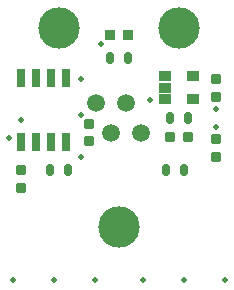
<source format=gts>
%FSLAX46Y46*%
%MOMM*%
%AMPS14*
1,1,1.500000,0.000000,0.000000*
%
%ADD14PS14*%
%AMPS15*
21,1,0.800000,1.100000,0.000000,0.000000,270.000000*
%
%ADD15PS15*%
%AMPS12*
21,1,0.900000,0.900000,0.000000,0.000000,0.000000*
%
%ADD12PS12*%
%AMPS18*
21,1,0.700000,1.600000,0.000000,0.000000,0.000000*
%
%ADD18PS18*%
%AMPS17*
21,1,0.700000,1.600000,0.000000,0.000000,180.000000*
%
%ADD17PS17*%
%AMPS22*
1,1,0.500000,0.000000,0.000000*
%
%ADD22PS22*%
%AMPS13*
1,1,3.500000,0.000000,0.000000*
%
%ADD13PS13*%
%AMPS10*
1,1,3.500000,0.000000,0.000000*
%
%ADD10PS10*%
%AMPS16*
1,1,0.460000,-0.195000,-0.220000*
1,1,0.460000,0.195000,0.220000*
1,1,0.460000,-0.195000,0.220000*
1,1,0.460000,0.195000,-0.220000*
21,1,0.900000,0.390000,0.000000,0.000000,90.000000*
21,1,0.440000,0.850000,0.000000,0.000000,90.000000*
%
%ADD16PS16*%
%AMPS19*
1,1,0.460000,0.220000,-0.195000*
1,1,0.460000,-0.220000,0.195000*
1,1,0.460000,-0.220000,-0.195000*
1,1,0.460000,0.220000,0.195000*
21,1,0.900000,0.390000,0.000000,0.000000,180.000000*
21,1,0.440000,0.850000,0.000000,0.000000,180.000000*
%
%ADD19PS19*%
%AMPS21*
1,1,0.460000,0.195000,0.220000*
1,1,0.460000,-0.195000,-0.220000*
1,1,0.460000,0.195000,-0.220000*
1,1,0.460000,-0.195000,0.220000*
21,1,0.900000,0.390000,0.000000,0.000000,270.000000*
21,1,0.440000,0.850000,0.000000,0.000000,270.000000*
%
%ADD21PS21*%
%AMPS20*
1,1,0.340000,-0.130000,0.330000*
1,1,0.340000,0.130000,-0.330000*
1,1,0.340000,0.130000,0.330000*
1,1,0.340000,-0.130000,-0.330000*
21,1,0.600000,0.660000,0.000000,0.000000,0.000000*
21,1,0.260000,1.000000,0.000000,0.000000,0.000000*
%
%ADD20PS20*%
%AMPS11*
1,1,0.340000,0.130000,-0.330000*
1,1,0.340000,-0.130000,0.330000*
1,1,0.340000,-0.130000,-0.330000*
1,1,0.340000,0.130000,0.330000*
21,1,0.600000,0.660000,0.000000,0.000000,180.000000*
21,1,0.260000,1.000000,0.000000,0.000000,180.000000*
%
%ADD11PS11*%
G01*
G01*
%LPD*%
G75*
D10*
X0Y0D03*
D11*
X-4330000Y4810000D03*
D11*
X-5830000Y4810000D03*
D12*
X-800000Y16240000D03*
D12*
X800000Y16240000D03*
D13*
X5080000Y16875000D03*
D14*
X1905000Y7985000D03*
D14*
X-1905000Y10525000D03*
D14*
X-635000Y7985000D03*
D13*
X-5080000Y16875000D03*
D14*
X635000Y10525000D03*
D15*
X3880000Y11795000D03*
D15*
X6280000Y10845000D03*
D15*
X3880000Y12745000D03*
D15*
X6280000Y12745000D03*
D15*
X3880000Y10845000D03*
D16*
X8255000Y7465000D03*
D16*
X8255000Y5965000D03*
D11*
X5830000Y9255000D03*
D11*
X4330000Y9255000D03*
D17*
X-5715000Y12590000D03*
D17*
X-8255000Y12590000D03*
D18*
X-5715000Y7190000D03*
D17*
X-4445000Y12590000D03*
D17*
X-6985000Y12590000D03*
D18*
X-8255000Y7190000D03*
D18*
X-6985000Y7190000D03*
D18*
X-4445000Y7190000D03*
D11*
X5480000Y4810000D03*
D11*
X3980000Y4810000D03*
D19*
X4330000Y7604000D03*
D19*
X5830000Y7604000D03*
D16*
X-2500000Y8750000D03*
D16*
X-2500000Y7250000D03*
D20*
X-750000Y14335000D03*
D20*
X750000Y14335000D03*
D21*
X-8255000Y3310000D03*
D21*
X-8255000Y4810000D03*
D21*
X8255000Y11045000D03*
D21*
X8255000Y12545000D03*
D22*
X-3175000Y12557000D03*
D22*
X-3175000Y5953000D03*
D22*
X9000000Y-4500000D03*
D22*
X2667000Y10779000D03*
D22*
X8255000Y8493000D03*
D22*
X5500000Y-4500000D03*
D22*
X8255000Y10017000D03*
D22*
X-3175000Y9509000D03*
D22*
X-1524000Y15478000D03*
D22*
X-8255000Y9017000D03*
D22*
X-5500000Y-4500000D03*
D22*
X-9000000Y-4500000D03*
D22*
X-2000000Y-4500000D03*
D22*
X2000000Y-4500000D03*
D22*
X-9349995Y7493000D03*
M02*

</source>
